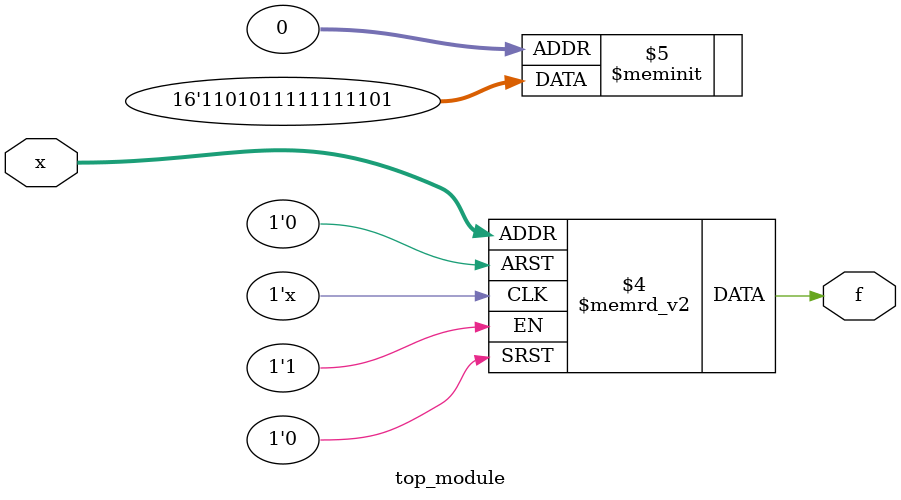
<source format=sv>
module top_module (
    input [4:1] x,
    output logic f
);

always_comb begin
    case ({x[4], x[3], x[2], x[1]})
        4'b0001: f = 0;
        4'b0011: f = 1;
        4'b0111: f = 1;
        4'b1001: f = 1;
        4'b1011: f = 0;
        4'b1100: f = 1;
        4'b1101: f = 0;
        4'b1111: f = 1;
        default: f = 1; // Treating don't-care as 1
    endcase
end

endmodule

</source>
